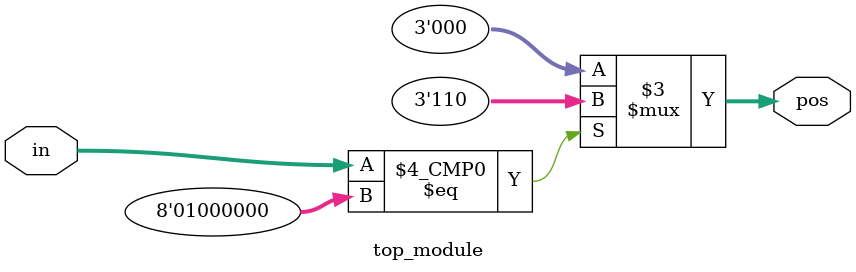
<source format=sv>
module top_module (
    input [7:0] in,
    output reg [2:0] pos
);

always @* begin
    case(in)
        8'b00000001: pos <= 3'b000;
        8'b01000000: pos <= 3'b110;
        default: pos <= 3'b000;
    endcase
end

endmodule

</source>
